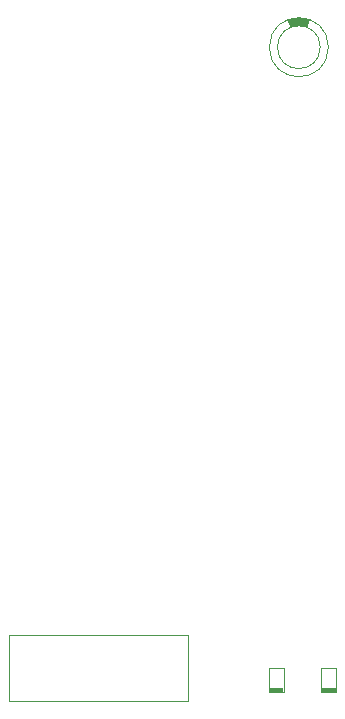
<source format=gbr>
G04*
G04 #@! TF.GenerationSoftware,Altium Limited,Altium Designer,24.0.1 (36)*
G04*
G04 Layer_Color=32768*
%FSLAX25Y25*%
%MOIN*%
G70*
G04*
G04 #@! TF.SameCoordinates,A2E01C4A-C41F-4235-85C4-DC12FCC8AE1E*
G04*
G04*
G04 #@! TF.FilePolarity,Positive*
G04*
G01*
G75*
%ADD103C,0.00394*%
%ADD105R,0.04921X0.01181*%
G36*
X300189Y439075D02*
X301237Y436568D01*
X301241Y436570D01*
X301907Y436812D01*
X303293Y437091D01*
X304707D01*
X306093Y436812D01*
X306759Y436570D01*
D01*
X306763Y436568D01*
X307811Y439075D01*
X306906Y439455D01*
X304982Y439843D01*
X303018D01*
X301094Y439455D01*
X300189Y439075D01*
Y439075D01*
D02*
G37*
D103*
X313843Y430000D02*
G03*
X313843Y430000I-9843J0D01*
G01*
X311126Y430000D02*
G03*
X311126Y430000I-7126J0D01*
G01*
X294039Y215063D02*
Y222937D01*
Y215063D02*
X298961D01*
Y222937D01*
X294039D02*
X298961D01*
X311539Y215063D02*
Y222937D01*
Y215063D02*
X316461D01*
Y222937D01*
X311539D02*
X316461D01*
X207323Y211976D02*
X267205D01*
X207323D02*
Y234024D01*
X267205D01*
Y211976D02*
Y234024D01*
D105*
X296500Y215653D02*
D03*
X314000D02*
D03*
M02*

</source>
